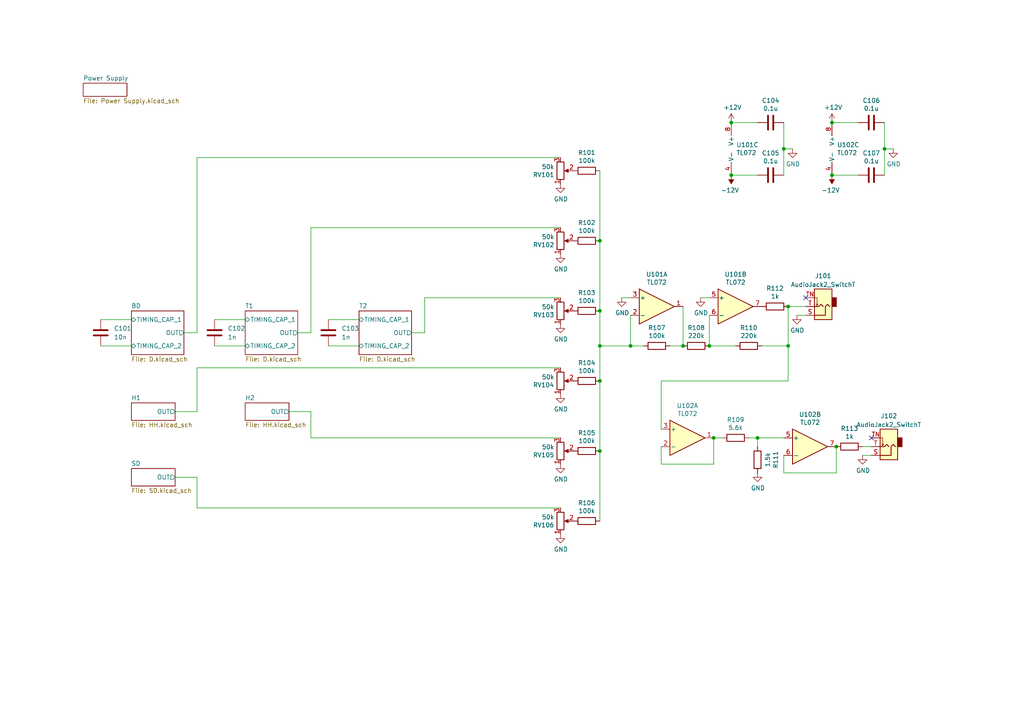
<source format=kicad_sch>
(kicad_sch (version 20211123) (generator eeschema)
  (paper "A4")
  (title_block (title "Drum Machine") (date "2021-12-29") (rev "1.0"))
  (lib_symbols
    (symbol "Amplifier_Operational:TL072" (pin_names (offset 0.127))
      (property "Reference" "U" (at 0 5.08 0))
      (property "Value" "TL072" (at 0 -5.08 0))
      (symbol "TL072_1_1"
        (polyline (pts (xy -5.08 5.08) (xy 5.08 0) (xy -5.08 -5.08) (xy -5.08 5.08)) (stroke (width 0.254)) (fill (type background)))
        (pin output line (at 7.62 0 180) (length 2.54) (name "~") (number "1"))
        (pin input line (at -7.62 -2.54 0) (length 2.54) (name "-") (number "2"))
        (pin input line (at -7.62 2.54 0) (length 2.54) (name "+") (number "3"))
      )
      (symbol "TL072_2_1"
        (polyline (pts (xy -5.08 5.08) (xy 5.08 0) (xy -5.08 -5.08) (xy -5.08 5.08)) (stroke (width 0.254)) (fill (type background)))
        (pin input line (at -7.62 2.54 0) (length 2.54) (name "+") (number "5"))
        (pin input line (at -7.62 -2.54 0) (length 2.54) (name "-") (number "6"))
        (pin output line (at 7.62 0 180) (length 2.54) (name "~") (number "7"))
      )
      (symbol "TL072_3_1"
        (pin power_in line (at -2.54 -7.62 90) (length 3.81) (name "V-") (number "4"))
        (pin power_in line (at -2.54 7.62 270) (length 3.81) (name "V+") (number "8"))
      )
    )
    (symbol "Connector:AudioJack2_SwitchT"
      (property "Reference" "J" (at 0 8.89 0))
      (property "Value" "AudioJack2_SwitchT" (at 0 6.35 0))
      (symbol "AudioJack2_SwitchT_0_1"
        (rectangle (start -2.54 0) (end -3.81 -2.54) (stroke (width 0.254)) (fill (type outline)))
        (polyline (pts (xy 1.778 -0.254) (xy 2.032 -0.762)))
        (polyline (pts (xy 0 0) (xy 0.635 -0.635) (xy 1.27 0) (xy 2.54 0)) (stroke (width 0.254)))
        (polyline (pts (xy 2.54 -2.54) (xy 1.778 -2.54) (xy 1.778 -0.254) (xy 1.524 -0.762)))
        (polyline (pts (xy 2.54 2.54) (xy -0.635 2.54) (xy -0.635 0) (xy -1.27 -0.635) (xy -1.905 0)) (stroke (width 0.254)))
        (rectangle (start 2.54 3.81) (end -2.54 -5.08) (stroke (width 0.254)) (fill (type background)))
      )
      (symbol "AudioJack2_SwitchT_1_1"
        (pin passive line (at 5.08 2.54 180) (length 2.54) (name "~") (number "S"))
        (pin passive line (at 5.08 0 180) (length 2.54) (name "~") (number "T"))
        (pin passive line (at 5.08 -2.54 180) (length 2.54) (name "~") (number "TN"))
      )
    )
    (symbol "Device:C" (pin_numbers hide) (pin_names (offset 0.254))
      (property "Reference" "C" (at 0.635 2.54 0))
      (property "Value" "C" (at 0.635 -2.54 0))
      (symbol "C_0_1"
        (polyline (pts (xy -2.032 -0.762) (xy 2.032 -0.762)) (stroke (width 0.508)))
        (polyline (pts (xy -2.032 0.762) (xy 2.032 0.762)) (stroke (width 0.508)))
      )
      (symbol "C_1_1"
        (pin passive line (at 0 3.81 270) (length 2.794) (name "~") (number "1"))
        (pin passive line (at 0 -3.81 90) (length 2.794) (name "~") (number "2"))
      )
    )
    (symbol "Device:R" (pin_numbers hide) (pin_names (offset 0))
      (property "Reference" "R" (at 2.032 0 90))
      (property "Value" "R" (at 0 0 90))
      (symbol "R_0_1"
        (rectangle (start -1.016 -2.54) (end 1.016 2.54) (stroke (width 0.254)))
      )
      (symbol "R_1_1"
        (pin passive line (at 0 3.81 270) (length 1.27) (name "~") (number "1"))
        (pin passive line (at 0 -3.81 90) (length 1.27) (name "~") (number "2"))
      )
    )
    (symbol "Device:R_Potentiometer" (pin_names (offset 1.016) hide)
      (property "Reference" "RV" (at -4.445 0 90))
      (property "Value" "R_Potentiometer" (at -2.54 0 90))
      (symbol "R_Potentiometer_0_1"
        (polyline (pts (xy 2.54 0) (xy 1.524 0)))
        (polyline (pts (xy 1.143 0) (xy 2.286 0.508) (xy 2.286 -0.508) (xy 1.143 0)) (fill (type outline)))
        (rectangle (start 1.016 2.54) (end -1.016 -2.54) (stroke (width 0.254)))
      )
      (symbol "R_Potentiometer_1_1"
        (pin passive line (at 0 3.81 270) (length 1.27) (name "1") (number "1"))
        (pin passive line (at 3.81 0 180) (length 1.27) (name "2") (number "2"))
        (pin passive line (at 0 -3.81 90) (length 1.27) (name "3") (number "3"))
      )
    )
    (symbol "power:+12V" (power) (pin_names (offset 0))
      (property "Value" "+12V" (at 0 3.556 0))
      (symbol "+12V_0_1"
        (polyline (pts (xy -0.762 1.27) (xy 0 2.54)))
        (polyline (pts (xy 0 0) (xy 0 2.54)))
        (polyline (pts (xy 0 2.54) (xy 0.762 1.27)))
      )
      (symbol "+12V_1_1"
        (pin power_in line (at 0 0 90) (length 0) hide (name "+12V") (number "1"))
      )
    )
    (symbol "power:-12V" (power) (pin_names (offset 0))
      (property "Value" "-12V" (at 0 3.81 0))
      (symbol "-12V_0_0"
        (pin power_in line (at 0 0 90) (length 0) hide (name "-12V") (number "1"))
      )
      (symbol "-12V_0_1"
        (polyline (pts (xy 0 0) (xy 0 1.27) (xy 0.762 1.27) (xy 0 2.54) (xy -0.762 1.27) (xy 0 1.27)) (fill (type outline)))
      )
    )
    (symbol "power:GND" (power) (pin_names (offset 0))
      (property "Value" "GND" (at 0 -3.81 0))
      (symbol "GND_0_1"
        (polyline (pts (xy 0 0) (xy 0 -1.27) (xy 1.27 -1.27) (xy 0 -2.54) (xy -1.27 -1.27) (xy 0 -1.27)))
      )
      (symbol "GND_1_1"
        (pin power_in line (at 0 0 270) (length 0) hide (name "GND") (number "1"))
      )
    )
  )
  (junction (at 173.99 130.81))
  (junction (at 173.99 100.33))
  (junction (at 219.71 127))
  (junction (at 228.6 88.9))
  (junction (at 173.99 69.85))
  (junction (at 173.99 90.17))
  (junction (at 207.01 127))
  (junction (at 198.12 100.33))
  (junction (at 241.3 35.56))
  (junction (at 241.3 50.8))
  (junction (at 256.54 43.18))
  (junction (at 205.74 100.33))
  (junction (at 228.6 100.33))
  (junction (at 212.09 50.8))
  (junction (at 182.88 100.33))
  (junction (at 227.33 43.18))
  (junction (at 173.99 110.49))
  (junction (at 212.09 35.56))
  (junction (at 242.57 129.54))
  (no_connect (at 252.73 127))
  (no_connect (at 233.68 86.36))
  (wire (pts (xy 173.99 100.33) (xy 173.99 90.17)))
  (wire (pts (xy 205.74 100.33) (xy 213.36 100.33)))
  (wire (pts (xy 173.99 110.49) (xy 173.99 130.81)))
  (wire (pts (xy 95.25 100.33) (xy 104.14 100.33)))
  (wire (pts (xy 228.6 88.9) (xy 228.6 100.33)))
  (wire (pts (xy 90.17 66.04) (xy 162.56 66.04)))
  (wire (pts (xy 256.54 35.56) (xy 256.54 43.18)))
  (wire (pts (xy 90.17 119.38) (xy 83.82 119.38)))
  (wire (pts (xy 191.77 110.49) (xy 228.6 110.49)))
  (wire (pts (xy 182.88 91.44) (xy 182.88 100.33)))
  (wire (pts (xy 191.77 129.54) (xy 191.77 134.62)))
  (wire (pts (xy 180.34 86.36) (xy 182.88 86.36)))
  (wire (pts (xy 29.21 100.33) (xy 38.1 100.33)))
  (wire (pts (xy 219.71 127) (xy 227.33 127)))
  (wire (pts (xy 57.15 138.43) (xy 50.8 138.43)))
  (wire (pts (xy 207.01 127) (xy 209.55 127)))
  (wire (pts (xy 62.23 100.33) (xy 71.12 100.33)))
  (wire (pts (xy 256.54 43.18) (xy 259.08 43.18)))
  (wire (pts (xy 62.23 92.71) (xy 71.12 92.71)))
  (wire (pts (xy 57.15 147.32) (xy 57.15 138.43)))
  (wire (pts (xy 217.17 127) (xy 219.71 127)))
  (wire (pts (xy 57.15 96.52) (xy 53.34 96.52)))
  (wire (pts (xy 191.77 134.62) (xy 207.01 134.62)))
  (wire (pts (xy 227.33 132.08) (xy 227.33 137.16)))
  (wire (pts (xy 252.73 129.54) (xy 250.19 129.54)))
  (wire (pts (xy 29.21 92.71) (xy 38.1 92.71)))
  (wire (pts (xy 228.6 110.49) (xy 228.6 100.33)))
  (wire (pts (xy 57.15 106.68) (xy 162.56 106.68)))
  (wire (pts (xy 227.33 43.18) (xy 227.33 50.8)))
  (wire (pts (xy 241.3 50.8) (xy 248.92 50.8)))
  (wire (pts (xy 57.15 106.68) (xy 57.15 119.38)))
  (wire (pts (xy 57.15 45.72) (xy 162.56 45.72)))
  (wire (pts (xy 219.71 127) (xy 219.71 129.54)))
  (wire (pts (xy 219.71 35.56) (xy 212.09 35.56)))
  (wire (pts (xy 123.19 86.36) (xy 123.19 96.52)))
  (wire (pts (xy 233.68 91.44) (xy 231.14 91.44)))
  (wire (pts (xy 203.2 86.36) (xy 205.74 86.36)))
  (wire (pts (xy 90.17 127) (xy 162.56 127)))
  (wire (pts (xy 198.12 100.33) (xy 198.12 88.9)))
  (wire (pts (xy 191.77 124.46) (xy 191.77 110.49)))
  (wire (pts (xy 227.33 137.16) (xy 242.57 137.16)))
  (wire (pts (xy 57.15 147.32) (xy 162.56 147.32)))
  (wire (pts (xy 95.25 92.71) (xy 104.14 92.71)))
  (wire (pts (xy 248.92 35.56) (xy 241.3 35.56)))
  (wire (pts (xy 173.99 49.53) (xy 173.99 69.85)))
  (wire (pts (xy 90.17 96.52) (xy 86.36 96.52)))
  (wire (pts (xy 57.15 45.72) (xy 57.15 96.52)))
  (wire (pts (xy 228.6 88.9) (xy 233.68 88.9)))
  (wire (pts (xy 173.99 100.33) (xy 182.88 100.33)))
  (wire (pts (xy 194.31 100.33) (xy 198.12 100.33)))
  (wire (pts (xy 173.99 69.85) (xy 173.99 90.17)))
  (wire (pts (xy 227.33 43.18) (xy 229.87 43.18)))
  (wire (pts (xy 90.17 127) (xy 90.17 119.38)))
  (wire (pts (xy 227.33 35.56) (xy 227.33 43.18)))
  (wire (pts (xy 242.57 137.16) (xy 242.57 129.54)))
  (wire (pts (xy 252.73 132.08) (xy 250.19 132.08)))
  (wire (pts (xy 212.09 50.8) (xy 219.71 50.8)))
  (wire (pts (xy 182.88 100.33) (xy 186.69 100.33)))
  (wire (pts (xy 220.98 100.33) (xy 228.6 100.33)))
  (wire (pts (xy 173.99 130.81) (xy 173.99 151.13)))
  (wire (pts (xy 256.54 43.18) (xy 256.54 50.8)))
  (wire (pts (xy 90.17 66.04) (xy 90.17 96.52)))
  (wire (pts (xy 57.15 119.38) (xy 50.8 119.38)))
  (wire (pts (xy 205.74 91.44) (xy 205.74 100.33)))
  (wire (pts (xy 123.19 86.36) (xy 162.56 86.36)))
  (wire (pts (xy 119.38 96.52) (xy 123.19 96.52)))
  (wire (pts (xy 207.01 134.62) (xy 207.01 127)))
  (wire (pts (xy 173.99 100.33) (xy 173.99 110.49)))
  (symbol (lib_id "power:GND") (at 250.19 132.08 0) (unit 1)
    (property "Reference" "#PWR0116" (effects hide))
    (property "Value" "GND" (at 250.317 136.4742 0))
  )
  (symbol (lib_id "Device:R_Potentiometer") (at 162.56 69.85 0) (mirror x) (unit 1)
    (property "Reference" "RV102" (at 160.782 71.0184 0) (effects (justify right)))
    (property "Value" "50k" (at 160.782 68.707 0) (effects (justify right)))
    (property "Footprint" "Potentiometer_THT:Potentiometer_Alpha_RD901F-40-00D_Single_Vertical_CircularHoles" (effects hide))
  )
  (symbol (lib_id "Device:C") (at 29.21 96.52 0) (unit 1)
    (property "Reference" "C101" (at 33.02 95.2499 0) (effects (justify left)))
    (property "Value" "10n" (at 33.02 97.7899 0) (effects (justify left)))
    (property "Footprint" "Capacitor_THT:C_Disc_D5.0mm_W2.5mm_P5.00mm" (effects hide))
  )
  (symbol (lib_id "Device:R_Potentiometer") (at 162.56 110.49 0) (mirror x) (unit 1)
    (property "Reference" "RV104" (at 160.782 111.6584 0) (effects (justify right)))
    (property "Value" "50k" (at 160.782 109.347 0) (effects (justify right)))
    (property "Footprint" "Potentiometer_THT:Potentiometer_Alpha_RD901F-40-00D_Single_Vertical_CircularHoles" (effects hide))
  )
  (symbol (lib_id "power:GND") (at 162.56 73.66 0) (unit 1)
    (property "Reference" "#PWR0102" (effects hide))
    (property "Value" "GND" (at 162.687 78.0542 0))
  )
  (symbol (lib_id "Device:C") (at 252.73 50.8 90) (unit 1)
    (property "Reference" "C107" (at 252.73 44.3992 90))
    (property "Value" "0.1u" (at 252.73 46.7106 90))
    (property "Footprint" "Capacitor_THT:C_Disc_D5.0mm_W2.5mm_P5.00mm" (effects hide))
  )
  (symbol (lib_id "Amplifier_Operational:TL072") (at 199.39 127 0) (unit 1)
    (property "Reference" "U102" (at 199.39 117.6782 0))
    (property "Value" "TL072" (at 199.39 119.9896 0))
    (property "Footprint" "Package_DIP:DIP-8_W7.62mm_Socket" (effects hide))
    (property "Datasheet" "http://www.ti.com/lit/ds/symlink/tl071.pdf" (effects hide))
  )
  (symbol (lib_id "Device:R") (at 246.38 129.54 270) (unit 1)
    (property "Reference" "R113" (at 246.38 124.2822 90))
    (property "Value" "1k" (at 246.38 126.5936 90))
    (property "Footprint" "Resistor_THT:R_Axial_DIN0207_L6.3mm_D2.5mm_P7.62mm_Horizontal" (effects hide))
  )
  (symbol (lib_id "Device:R") (at 201.93 100.33 270) (unit 1)
    (property "Reference" "R108" (at 201.93 95.0722 90))
    (property "Value" "220k" (at 201.93 97.3836 90))
    (property "Footprint" "Resistor_THT:R_Axial_DIN0207_L6.3mm_D2.5mm_P7.62mm_Horizontal" (effects hide))
  )
  (symbol (lib_id "Device:R") (at 219.71 133.35 0) (unit 1)
    (property "Reference" "R111" (at 224.9678 133.35 90))
    (property "Value" "1.5k" (at 222.6564 133.35 90))
    (property "Footprint" "Resistor_THT:R_Axial_DIN0207_L6.3mm_D2.5mm_P7.62mm_Horizontal" (effects hide))
  )
  (symbol (lib_id "power:GND") (at 162.56 53.34 0) (unit 1)
    (property "Reference" "#PWR0101" (effects hide))
    (property "Value" "GND" (at 162.687 57.7342 0))
  )
  (symbol (lib_id "Amplifier_Operational:TL072") (at 214.63 43.18 0) (unit 3)
    (property "Reference" "U101" (at 213.5632 42.0116 0) (effects (justify left)))
    (property "Value" "TL072" (at 213.5632 44.323 0) (effects (justify left)))
    (property "Footprint" "Package_DIP:DIP-8_W7.62mm_Socket" (effects hide))
    (property "Datasheet" "http://www.ti.com/lit/ds/symlink/tl071.pdf" (effects hide))
  )
  (symbol (lib_id "Device:C") (at 223.52 50.8 90) (unit 1)
    (property "Reference" "C105" (at 223.52 44.3992 90))
    (property "Value" "0.1u" (at 223.52 46.7106 90))
    (property "Footprint" "Capacitor_THT:C_Disc_D5.0mm_W2.5mm_P5.00mm" (effects hide))
  )
  (symbol (lib_id "Device:R") (at 170.18 110.49 270) (unit 1)
    (property "Reference" "R104" (at 170.18 105.2322 90))
    (property "Value" "100k" (at 170.18 107.5436 90))
    (property "Footprint" "Resistor_THT:R_Axial_DIN0207_L6.3mm_D2.5mm_P7.62mm_Horizontal" (effects hide))
  )
  (symbol (lib_id "Device:R") (at 170.18 49.53 270) (unit 1)
    (property "Reference" "R101" (at 170.18 44.2722 90))
    (property "Value" "100k" (at 170.18 46.5836 90))
    (property "Footprint" "Resistor_THT:R_Axial_DIN0207_L6.3mm_D2.5mm_P7.62mm_Horizontal" (effects hide))
  )
  (symbol (lib_id "Amplifier_Operational:TL072") (at 213.36 88.9 0) (unit 2)
    (property "Reference" "U101" (at 213.36 79.5782 0))
    (property "Value" "TL072" (at 213.36 81.8896 0))
    (property "Footprint" "Package_DIP:DIP-8_W7.62mm_Socket" (effects hide))
    (property "Datasheet" "http://www.ti.com/lit/ds/symlink/tl071.pdf" (effects hide))
  )
  (symbol (lib_id "Device:R") (at 217.17 100.33 270) (unit 1)
    (property "Reference" "R110" (at 217.17 95.0722 90))
    (property "Value" "220k" (at 217.17 97.3836 90))
    (property "Footprint" "Resistor_THT:R_Axial_DIN0207_L6.3mm_D2.5mm_P7.62mm_Horizontal" (effects hide))
  )
  (symbol (lib_id "power:GND") (at 162.56 134.62 0) (unit 1)
    (property "Reference" "#PWR0105" (effects hide))
    (property "Value" "GND" (at 162.687 139.0142 0))
  )
  (symbol (lib_id "Device:R") (at 224.79 88.9 270) (unit 1)
    (property "Reference" "R112" (at 224.79 83.6422 90))
    (property "Value" "1k" (at 224.79 85.9536 90))
    (property "Footprint" "Resistor_THT:R_Axial_DIN0207_L6.3mm_D2.5mm_P7.62mm_Horizontal" (effects hide))
  )
  (symbol (lib_id "Amplifier_Operational:TL072") (at 190.5 88.9 0) (unit 1)
    (property "Reference" "U101" (at 190.5 79.5782 0))
    (property "Value" "TL072" (at 190.5 81.8896 0))
    (property "Footprint" "Package_DIP:DIP-8_W7.62mm_Socket" (effects hide))
    (property "Datasheet" "http://www.ti.com/lit/ds/symlink/tl071.pdf" (effects hide))
  )
  (symbol (lib_id "Device:C") (at 95.25 96.52 0) (unit 1)
    (property "Reference" "C103" (at 99.06 95.2499 0) (effects (justify left)))
    (property "Value" "1n" (at 99.06 97.7899 0) (effects (justify left)))
    (property "Footprint" "Capacitor_THT:C_Disc_D5.0mm_W2.5mm_P5.00mm" (effects hide))
  )
  (symbol (lib_id "power:GND") (at 259.08 43.18 0) (unit 1)
    (property "Reference" "#PWR0117" (effects hide))
    (property "Value" "GND" (at 259.207 47.5742 0))
  )
  (symbol (lib_id "Connector:AudioJack2_SwitchT") (at 257.81 129.54 180) (unit 1)
    (property "Reference" "J102" (at 257.81 120.65 0))
    (property "Value" "AudioJack2_SwitchT" (at 257.81 123.19 0))
    (property "Footprint" "Connector_Audio:Jack_3.5mm_QingPu_WQP-PJ398SM_Vertical_CircularHoles" (effects hide))
  )
  (symbol (lib_id "power:GND") (at 203.2 86.36 0) (unit 1)
    (property "Reference" "#PWR0108" (effects hide))
    (property "Value" "GND" (at 203.327 90.7542 0))
  )
  (symbol (lib_id "power:+12V") (at 212.09 35.56 0) (unit 1)
    (property "Reference" "#PWR0109" (effects hide))
    (property "Value" "+12V" (at 212.471 31.1658 0))
  )
  (symbol (lib_id "power:GND") (at 180.34 86.36 0) (unit 1)
    (property "Reference" "#PWR0107" (effects hide))
    (property "Value" "GND" (at 180.467 90.7542 0))
  )
  (symbol (lib_id "power:+12V") (at 241.3 35.56 0) (unit 1)
    (property "Reference" "#PWR0114" (effects hide))
    (property "Value" "+12V" (at 241.681 31.1658 0))
  )
  (symbol (lib_id "Device:R_Potentiometer") (at 162.56 130.81 0) (mirror x) (unit 1)
    (property "Reference" "RV105" (at 160.782 131.9784 0) (effects (justify right)))
    (property "Value" "50k" (at 160.782 129.667 0) (effects (justify right)))
    (property "Footprint" "Potentiometer_THT:Potentiometer_Alpha_RD901F-40-00D_Single_Vertical_CircularHoles" (effects hide))
  )
  (symbol (lib_id "power:GND") (at 162.56 93.98 0) (unit 1)
    (property "Reference" "#PWR0103" (effects hide))
    (property "Value" "GND" (at 162.687 98.3742 0))
  )
  (symbol (lib_id "Device:R") (at 190.5 100.33 270) (unit 1)
    (property "Reference" "R107" (at 190.5 95.0722 90))
    (property "Value" "100k" (at 190.5 97.3836 90))
    (property "Footprint" "Resistor_THT:R_Axial_DIN0207_L6.3mm_D2.5mm_P7.62mm_Horizontal" (effects hide))
  )
  (symbol (lib_id "power:GND") (at 219.71 137.16 0) (unit 1)
    (property "Reference" "#PWR0111" (effects hide))
    (property "Value" "GND" (at 219.837 141.5542 0))
  )
  (symbol (lib_id "power:-12V") (at 212.09 50.8 180) (unit 1)
    (property "Reference" "#PWR0110" (effects hide))
    (property "Value" "-12V" (at 211.709 55.1942 0))
  )
  (symbol (lib_id "power:GND") (at 231.14 91.44 0) (unit 1)
    (property "Reference" "#PWR0113" (effects hide))
    (property "Value" "GND" (at 231.267 95.8342 0))
  )
  (symbol (lib_id "Device:R_Potentiometer") (at 162.56 49.53 0) (mirror x) (unit 1)
    (property "Reference" "RV101" (at 160.782 50.6984 0) (effects (justify right)))
    (property "Value" "50k" (at 160.782 48.387 0) (effects (justify right)))
    (property "Footprint" "Potentiometer_THT:Potentiometer_Alpha_RD901F-40-00D_Single_Vertical_CircularHoles" (effects hide))
  )
  (symbol (lib_id "Amplifier_Operational:TL072") (at 243.84 43.18 0) (unit 3)
    (property "Reference" "U102" (at 242.7732 42.0116 0) (effects (justify left)))
    (property "Value" "TL072" (at 242.7732 44.323 0) (effects (justify left)))
    (property "Footprint" "Package_DIP:DIP-8_W7.62mm_Socket" (effects hide))
    (property "Datasheet" "http://www.ti.com/lit/ds/symlink/tl071.pdf" (effects hide))
  )
  (symbol (lib_id "Device:C") (at 252.73 35.56 90) (unit 1)
    (property "Reference" "C106" (at 252.73 29.1592 90))
    (property "Value" "0.1u" (at 252.73 31.4706 90))
    (property "Footprint" "Capacitor_THT:C_Disc_D5.0mm_W2.5mm_P5.00mm" (effects hide))
  )
  (symbol (lib_id "Device:R_Potentiometer") (at 162.56 151.13 0) (mirror x) (unit 1)
    (property "Reference" "RV106" (at 160.782 152.2984 0) (effects (justify right)))
    (property "Value" "50k" (at 160.782 149.987 0) (effects (justify right)))
    (property "Footprint" "Potentiometer_THT:Potentiometer_Alpha_RD901F-40-00D_Single_Vertical_CircularHoles" (effects hide))
  )
  (symbol (lib_id "Device:R") (at 170.18 151.13 270) (unit 1)
    (property "Reference" "R106" (at 170.18 145.8722 90))
    (property "Value" "100k" (at 170.18 148.1836 90))
    (property "Footprint" "Resistor_THT:R_Axial_DIN0207_L6.3mm_D2.5mm_P7.62mm_Horizontal" (effects hide))
  )
  (symbol (lib_id "power:-12V") (at 241.3 50.8 180) (unit 1)
    (property "Reference" "#PWR0115" (effects hide))
    (property "Value" "-12V" (at 240.919 55.1942 0))
  )
  (symbol (lib_id "Device:R") (at 213.36 127 90) (unit 1)
    (property "Reference" "R109" (at 213.36 121.7422 90))
    (property "Value" "5.6k" (at 213.36 124.0536 90))
    (property "Footprint" "Resistor_THT:R_Axial_DIN0207_L6.3mm_D2.5mm_P7.62mm_Horizontal" (effects hide))
  )
  (symbol (lib_id "Device:C") (at 223.52 35.56 90) (unit 1)
    (property "Reference" "C104" (at 223.52 29.1592 90))
    (property "Value" "0.1u" (at 223.52 31.4706 90))
    (property "Footprint" "Capacitor_THT:C_Disc_D5.0mm_W2.5mm_P5.00mm" (effects hide))
  )
  (symbol (lib_id "power:GND") (at 229.87 43.18 0) (unit 1)
    (property "Reference" "#PWR0112" (effects hide))
    (property "Value" "GND" (at 229.997 47.5742 0))
  )
  (symbol (lib_id "Device:R") (at 170.18 130.81 270) (unit 1)
    (property "Reference" "R105" (at 170.18 125.5522 90))
    (property "Value" "100k" (at 170.18 127.8636 90))
    (property "Footprint" "Resistor_THT:R_Axial_DIN0207_L6.3mm_D2.5mm_P7.62mm_Horizontal" (effects hide))
  )
  (symbol (lib_id "Device:R") (at 170.18 90.17 270) (unit 1)
    (property "Reference" "R103" (at 170.18 84.9122 90))
    (property "Value" "100k" (at 170.18 87.2236 90))
    (property "Footprint" "Resistor_THT:R_Axial_DIN0207_L6.3mm_D2.5mm_P7.62mm_Horizontal" (effects hide))
  )
  (symbol (lib_id "Connector:AudioJack2_SwitchT") (at 238.76 88.9 180) (unit 1)
    (property "Reference" "J101" (at 238.76 80.01 0))
    (property "Value" "AudioJack2_SwitchT" (at 238.76 82.55 0))
    (property "Footprint" "Connector_Audio:Jack_3.5mm_QingPu_WQP-PJ398SM_Vertical_CircularHoles" (effects hide))
  )
  (symbol (lib_id "power:GND") (at 162.56 154.94 0) (unit 1)
    (property "Reference" "#PWR0106" (effects hide))
    (property "Value" "GND" (at 162.687 159.3342 0))
  )
  (symbol (lib_id "Device:R") (at 170.18 69.85 270) (unit 1)
    (property "Reference" "R102" (at 170.18 64.5922 90))
    (property "Value" "100k" (at 170.18 66.9036 90))
    (property "Footprint" "Resistor_THT:R_Axial_DIN0207_L6.3mm_D2.5mm_P7.62mm_Horizontal" (effects hide))
  )
  (symbol (lib_id "power:GND") (at 162.56 114.3 0) (unit 1)
    (property "Reference" "#PWR0104" (effects hide))
    (property "Value" "GND" (at 162.687 118.6942 0))
  )
  (symbol (lib_id "Device:R_Potentiometer") (at 162.56 90.17 0) (mirror x) (unit 1)
    (property "Reference" "RV103" (at 160.782 91.3384 0) (effects (justify right)))
    (property "Value" "50k" (at 160.782 89.027 0) (effects (justify right)))
    (property "Footprint" "Potentiometer_THT:Potentiometer_Alpha_RD901F-40-00D_Single_Vertical_CircularHoles" (effects hide))
  )
  (symbol (lib_id "Device:C") (at 62.23 96.52 0) (unit 1)
    (property "Reference" "C102" (at 66.04 95.2499 0) (effects (justify left)))
    (property "Value" "1n" (at 66.04 97.7899 0) (effects (justify left)))
    (property "Footprint" "Capacitor_THT:C_Disc_D5.0mm_W2.5mm_P5.00mm" (effects hide))
  )
  (symbol (lib_id "Amplifier_Operational:TL072") (at 234.95 129.54 0) (unit 2)
    (property "Reference" "U102" (at 234.95 120.2182 0))
    (property "Value" "TL072" (at 234.95 122.5296 0))
    (property "Footprint" "Package_DIP:DIP-8_W7.62mm_Socket" (effects hide))
    (property "Datasheet" "http://www.ti.com/lit/ds/symlink/tl071.pdf" (effects hide))
  )
  (sheet (at 38.1 90.17) (size 15.24 12.7) (stroke (width 0.1524))
    (property "Sheet name" "BD" (at 38.1 89.4584 0) (effects (justify left bottom)))
    (property "Sheet file" "D.kicad_sch" (at 38.1 103.4546 0) (effects (justify left top)))
    (pin "TIMING_CAP_1" bidirectional (at 38.1 92.71 180))
    (pin "TIMING_CAP_2" bidirectional (at 38.1 100.33 180))
    (pin "OUT" output (at 53.34 96.52 0))
  )
  (sheet (at 71.12 90.17) (size 15.24 12.7) (stroke (width 0.1524))
    (property "Sheet name" "T1" (at 71.12 89.4584 0) (effects (justify left bottom)))
    (property "Sheet file" "D.kicad_sch" (at 71.12 103.4546 0) (effects (justify left top)))
    (pin "TIMING_CAP_1" bidirectional (at 71.12 92.71 180))
    (pin "TIMING_CAP_2" bidirectional (at 71.12 100.33 180))
    (pin "OUT" output (at 86.36 96.52 0))
  )
  (sheet (at 24.13 24.13) (size 12.7 3.81) (stroke (width 0.1524))
    (property "Sheet name" "Power Supply" (at 24.13 23.4184 0) (effects (justify left bottom)))
    (property "Sheet file" "Power Supply.kicad_sch" (at 24.13 28.5246 0) (effects (justify left top)))
  )
  (sheet (at 38.1 135.89) (size 12.7 5.08) (stroke (width 0.1524))
    (property "Sheet name" "SD" (at 38.1 135.1784 0) (effects (justify left bottom)))
    (property "Sheet file" "SD.kicad_sch" (at 38.1 141.5546 0) (effects (justify left top)))
    (pin "OUT" output (at 50.8 138.43 0))
  )
  (sheet (at 104.14 90.17) (size 15.24 12.7) (stroke (width 0.1524))
    (property "Sheet name" "T2" (at 104.14 89.4584 0) (effects (justify left bottom)))
    (property "Sheet file" "D.kicad_sch" (at 104.14 103.4546 0) (effects (justify left top)))
    (pin "TIMING_CAP_1" bidirectional (at 104.14 92.71 180))
    (pin "TIMING_CAP_2" bidirectional (at 104.14 100.33 180))
    (pin "OUT" output (at 119.38 96.52 0))
  )
  (sheet (at 71.12 116.84) (size 12.7 5.08) (stroke (width 0.1524))
    (property "Sheet name" "H2" (at 71.12 116.1284 0) (effects (justify left bottom)))
    (property "Sheet file" "HH.kicad_sch" (at 71.12 122.5046 0) (effects (justify left top)))
    (pin "OUT" output (at 83.82 119.38 0))
  )
  (sheet (at 38.1 116.84) (size 12.7 5.08) (stroke (width 0.1524))
    (property "Sheet name" "H1" (at 38.1 116.1284 0) (effects (justify left bottom)))
    (property "Sheet file" "HH.kicad_sch" (at 38.1 122.5046 0) (effects (justify left top)))
    (pin "OUT" output (at 50.8 119.38 0))
  )
)
</source>
